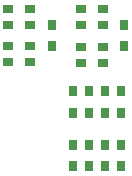
<source format=gbr>
%TF.GenerationSoftware,KiCad,Pcbnew,9.0.3-9.0.3-0~ubuntu24.04.1*%
%TF.CreationDate,2025-07-31T13:59:27+07:00*%
%TF.ProjectId,rp2040_dev,72703230-3430-45f6-9465-762e6b696361,rev?*%
%TF.SameCoordinates,Original*%
%TF.FileFunction,Paste,Bot*%
%TF.FilePolarity,Positive*%
%FSLAX46Y46*%
G04 Gerber Fmt 4.6, Leading zero omitted, Abs format (unit mm)*
G04 Created by KiCad (PCBNEW 9.0.3-9.0.3-0~ubuntu24.04.1) date 2025-07-31 13:59:27*
%MOMM*%
%LPD*%
G01*
G04 APERTURE LIST*
%ADD10R,0.900000X0.800000*%
%ADD11R,0.800000X0.900000*%
G04 APERTURE END LIST*
D10*
%TO.C,R58*%
X156359000Y-87351000D03*
X154559000Y-87351000D03*
%TD*%
D11*
%TO.C,R48*%
X162738000Y-99356000D03*
X162738000Y-97556000D03*
%TD*%
%TO.C,R38*%
X160018000Y-94796000D03*
X160018000Y-92996000D03*
%TD*%
%TO.C,R46*%
X160028000Y-99356000D03*
X160028000Y-97556000D03*
%TD*%
D10*
%TO.C,R53*%
X162536000Y-89232000D03*
X160736000Y-89232000D03*
%TD*%
D11*
%TO.C,R52*%
X164356000Y-87392000D03*
X164356000Y-89192000D03*
%TD*%
%TO.C,R41*%
X164128000Y-94796000D03*
X164128000Y-92996000D03*
%TD*%
%TO.C,R49*%
X164128000Y-99356000D03*
X164128000Y-97556000D03*
%TD*%
%TO.C,R39*%
X161378000Y-94796000D03*
X161378000Y-92996000D03*
%TD*%
D10*
%TO.C,R50*%
X162536000Y-86002000D03*
X160736000Y-86002000D03*
%TD*%
D11*
%TO.C,R40*%
X162748000Y-94796000D03*
X162748000Y-92996000D03*
%TD*%
%TO.C,R47*%
X161378000Y-99356000D03*
X161378000Y-97556000D03*
%TD*%
D10*
%TO.C,R65*%
X156359000Y-89181000D03*
X154559000Y-89181000D03*
%TD*%
%TO.C,R51*%
X162536000Y-87362000D03*
X160736000Y-87362000D03*
%TD*%
%TO.C,R56*%
X162536000Y-90592000D03*
X160736000Y-90592000D03*
%TD*%
%TO.C,R67*%
X156359000Y-90541000D03*
X154559000Y-90541000D03*
%TD*%
%TO.C,R57*%
X156359000Y-85991000D03*
X154559000Y-85991000D03*
%TD*%
D11*
%TO.C,R61*%
X158219000Y-87381000D03*
X158219000Y-89181000D03*
%TD*%
M02*

</source>
